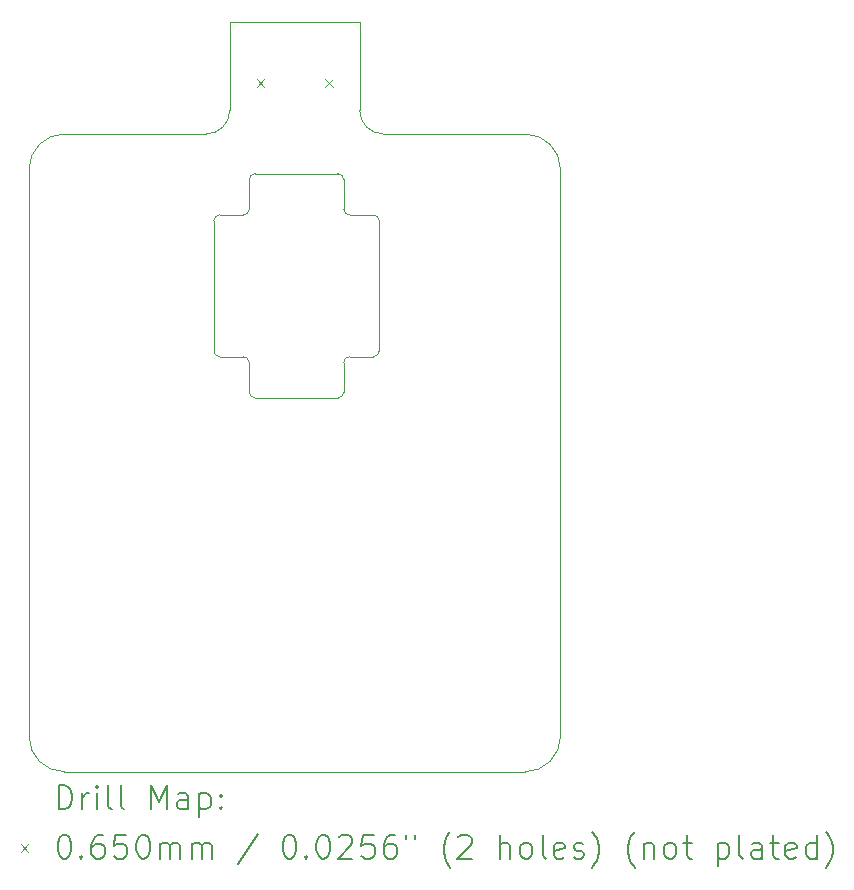
<source format=gbr>
%TF.GenerationSoftware,KiCad,Pcbnew,6.0.7+dfsg-1~bpo11+1*%
%TF.CreationDate,2022-10-07T14:18:51+00:00*%
%TF.ProjectId,redshift,72656473-6869-4667-942e-6b696361645f,0.2*%
%TF.SameCoordinates,Original*%
%TF.FileFunction,Drillmap*%
%TF.FilePolarity,Positive*%
%FSLAX45Y45*%
G04 Gerber Fmt 4.5, Leading zero omitted, Abs format (unit mm)*
G04 Created by KiCad (PCBNEW 6.0.7+dfsg-1~bpo11+1) date 2022-10-07 14:18:51*
%MOMM*%
%LPD*%
G01*
G04 APERTURE LIST*
%ADD10C,0.100000*%
%ADD11C,0.200000*%
%ADD12C,0.065000*%
G04 APERTURE END LIST*
D10*
X13314645Y-7185365D02*
G75*
G03*
X13364645Y-7135355I-5J50005D01*
G01*
X14464645Y-8335355D02*
X14464645Y-7235355D01*
X14214645Y-8385355D02*
X14414645Y-8385355D01*
X13364645Y-8685355D02*
G75*
G03*
X13414645Y-8735355I49995J-5D01*
G01*
X14164644Y-6885355D02*
G75*
G03*
X14114645Y-6835355I-50005J-5D01*
G01*
X13200000Y-5550000D02*
X14300000Y-5550000D01*
X14114645Y-8735365D02*
G75*
G03*
X14164645Y-8685355I-5J50005D01*
G01*
X14464645Y-7235355D02*
G75*
G03*
X14414645Y-7185355I-50005J-5D01*
G01*
X15700000Y-11900000D02*
G75*
G03*
X16000000Y-11600000I0J300000D01*
G01*
X16000000Y-6800000D02*
X16000000Y-11600000D01*
X13114645Y-7185365D02*
G75*
G03*
X13064645Y-7235355I-5J-49995D01*
G01*
X13064645Y-8335355D02*
G75*
G03*
X13114645Y-8385355I49995J-5D01*
G01*
X13414645Y-6835365D02*
G75*
G03*
X13364645Y-6885355I-5J-49995D01*
G01*
X13200000Y-5550000D02*
X13200000Y-6300000D01*
X14164644Y-6885355D02*
X14164645Y-7135355D01*
X14164645Y-7135355D02*
G75*
G03*
X14214645Y-7185355I49995J-5D01*
G01*
X14214645Y-7185355D02*
X14414645Y-7185355D01*
X14300000Y-6300000D02*
G75*
G03*
X14500000Y-6500000I200000J0D01*
G01*
X13364645Y-8435355D02*
G75*
G03*
X13314645Y-8385355I-50005J-5D01*
G01*
X14500000Y-6500000D02*
X15700000Y-6500000D01*
X16000000Y-6800000D02*
G75*
G03*
X15700000Y-6500000I-300000J0D01*
G01*
X14414645Y-8385365D02*
G75*
G03*
X14464645Y-8335355I-5J50005D01*
G01*
X14114645Y-6835355D02*
X13414645Y-6835355D01*
X14164645Y-8435355D02*
X14164645Y-8685355D01*
X11800000Y-11900000D02*
X15700000Y-11900000D01*
X14214645Y-8385365D02*
G75*
G03*
X14164645Y-8435355I-5J-49995D01*
G01*
X11800000Y-6500000D02*
G75*
G03*
X11500000Y-6800000I0J-300000D01*
G01*
X13314645Y-7185355D02*
X13114645Y-7185355D01*
X13364645Y-7135355D02*
X13364645Y-6885355D01*
X13314645Y-8385355D02*
X13114645Y-8385355D01*
X13364645Y-8685355D02*
X13364645Y-8435355D01*
X13414645Y-8735355D02*
X14114645Y-8735355D01*
X11500000Y-11600000D02*
X11500000Y-6800000D01*
X14300000Y-6300000D02*
X14300000Y-5550000D01*
X13000000Y-6500000D02*
G75*
G03*
X13200000Y-6300000I0J200000D01*
G01*
X11500000Y-11600000D02*
G75*
G03*
X11800000Y-11900000I300000J0D01*
G01*
X13064645Y-8335355D02*
X13064645Y-7235355D01*
X11800000Y-6500000D02*
X13000000Y-6500000D01*
D11*
D12*
X13428500Y-6035500D02*
X13493500Y-6100500D01*
X13493500Y-6035500D02*
X13428500Y-6100500D01*
X14006500Y-6035500D02*
X14071500Y-6100500D01*
X14071500Y-6035500D02*
X14006500Y-6100500D01*
D11*
X11752619Y-12215476D02*
X11752619Y-12015476D01*
X11800238Y-12015476D01*
X11828809Y-12025000D01*
X11847857Y-12044048D01*
X11857381Y-12063095D01*
X11866905Y-12101190D01*
X11866905Y-12129762D01*
X11857381Y-12167857D01*
X11847857Y-12186905D01*
X11828809Y-12205952D01*
X11800238Y-12215476D01*
X11752619Y-12215476D01*
X11952619Y-12215476D02*
X11952619Y-12082143D01*
X11952619Y-12120238D02*
X11962143Y-12101190D01*
X11971667Y-12091667D01*
X11990714Y-12082143D01*
X12009762Y-12082143D01*
X12076428Y-12215476D02*
X12076428Y-12082143D01*
X12076428Y-12015476D02*
X12066905Y-12025000D01*
X12076428Y-12034524D01*
X12085952Y-12025000D01*
X12076428Y-12015476D01*
X12076428Y-12034524D01*
X12200238Y-12215476D02*
X12181190Y-12205952D01*
X12171667Y-12186905D01*
X12171667Y-12015476D01*
X12305000Y-12215476D02*
X12285952Y-12205952D01*
X12276428Y-12186905D01*
X12276428Y-12015476D01*
X12533571Y-12215476D02*
X12533571Y-12015476D01*
X12600238Y-12158333D01*
X12666905Y-12015476D01*
X12666905Y-12215476D01*
X12847857Y-12215476D02*
X12847857Y-12110714D01*
X12838333Y-12091667D01*
X12819286Y-12082143D01*
X12781190Y-12082143D01*
X12762143Y-12091667D01*
X12847857Y-12205952D02*
X12828809Y-12215476D01*
X12781190Y-12215476D01*
X12762143Y-12205952D01*
X12752619Y-12186905D01*
X12752619Y-12167857D01*
X12762143Y-12148809D01*
X12781190Y-12139286D01*
X12828809Y-12139286D01*
X12847857Y-12129762D01*
X12943095Y-12082143D02*
X12943095Y-12282143D01*
X12943095Y-12091667D02*
X12962143Y-12082143D01*
X13000238Y-12082143D01*
X13019286Y-12091667D01*
X13028809Y-12101190D01*
X13038333Y-12120238D01*
X13038333Y-12177381D01*
X13028809Y-12196428D01*
X13019286Y-12205952D01*
X13000238Y-12215476D01*
X12962143Y-12215476D01*
X12943095Y-12205952D01*
X13124048Y-12196428D02*
X13133571Y-12205952D01*
X13124048Y-12215476D01*
X13114524Y-12205952D01*
X13124048Y-12196428D01*
X13124048Y-12215476D01*
X13124048Y-12091667D02*
X13133571Y-12101190D01*
X13124048Y-12110714D01*
X13114524Y-12101190D01*
X13124048Y-12091667D01*
X13124048Y-12110714D01*
D12*
X11430000Y-12512500D02*
X11495000Y-12577500D01*
X11495000Y-12512500D02*
X11430000Y-12577500D01*
D11*
X11790714Y-12435476D02*
X11809762Y-12435476D01*
X11828809Y-12445000D01*
X11838333Y-12454524D01*
X11847857Y-12473571D01*
X11857381Y-12511667D01*
X11857381Y-12559286D01*
X11847857Y-12597381D01*
X11838333Y-12616428D01*
X11828809Y-12625952D01*
X11809762Y-12635476D01*
X11790714Y-12635476D01*
X11771667Y-12625952D01*
X11762143Y-12616428D01*
X11752619Y-12597381D01*
X11743095Y-12559286D01*
X11743095Y-12511667D01*
X11752619Y-12473571D01*
X11762143Y-12454524D01*
X11771667Y-12445000D01*
X11790714Y-12435476D01*
X11943095Y-12616428D02*
X11952619Y-12625952D01*
X11943095Y-12635476D01*
X11933571Y-12625952D01*
X11943095Y-12616428D01*
X11943095Y-12635476D01*
X12124048Y-12435476D02*
X12085952Y-12435476D01*
X12066905Y-12445000D01*
X12057381Y-12454524D01*
X12038333Y-12483095D01*
X12028809Y-12521190D01*
X12028809Y-12597381D01*
X12038333Y-12616428D01*
X12047857Y-12625952D01*
X12066905Y-12635476D01*
X12105000Y-12635476D01*
X12124048Y-12625952D01*
X12133571Y-12616428D01*
X12143095Y-12597381D01*
X12143095Y-12549762D01*
X12133571Y-12530714D01*
X12124048Y-12521190D01*
X12105000Y-12511667D01*
X12066905Y-12511667D01*
X12047857Y-12521190D01*
X12038333Y-12530714D01*
X12028809Y-12549762D01*
X12324048Y-12435476D02*
X12228809Y-12435476D01*
X12219286Y-12530714D01*
X12228809Y-12521190D01*
X12247857Y-12511667D01*
X12295476Y-12511667D01*
X12314524Y-12521190D01*
X12324048Y-12530714D01*
X12333571Y-12549762D01*
X12333571Y-12597381D01*
X12324048Y-12616428D01*
X12314524Y-12625952D01*
X12295476Y-12635476D01*
X12247857Y-12635476D01*
X12228809Y-12625952D01*
X12219286Y-12616428D01*
X12457381Y-12435476D02*
X12476428Y-12435476D01*
X12495476Y-12445000D01*
X12505000Y-12454524D01*
X12514524Y-12473571D01*
X12524048Y-12511667D01*
X12524048Y-12559286D01*
X12514524Y-12597381D01*
X12505000Y-12616428D01*
X12495476Y-12625952D01*
X12476428Y-12635476D01*
X12457381Y-12635476D01*
X12438333Y-12625952D01*
X12428809Y-12616428D01*
X12419286Y-12597381D01*
X12409762Y-12559286D01*
X12409762Y-12511667D01*
X12419286Y-12473571D01*
X12428809Y-12454524D01*
X12438333Y-12445000D01*
X12457381Y-12435476D01*
X12609762Y-12635476D02*
X12609762Y-12502143D01*
X12609762Y-12521190D02*
X12619286Y-12511667D01*
X12638333Y-12502143D01*
X12666905Y-12502143D01*
X12685952Y-12511667D01*
X12695476Y-12530714D01*
X12695476Y-12635476D01*
X12695476Y-12530714D02*
X12705000Y-12511667D01*
X12724048Y-12502143D01*
X12752619Y-12502143D01*
X12771667Y-12511667D01*
X12781190Y-12530714D01*
X12781190Y-12635476D01*
X12876428Y-12635476D02*
X12876428Y-12502143D01*
X12876428Y-12521190D02*
X12885952Y-12511667D01*
X12905000Y-12502143D01*
X12933571Y-12502143D01*
X12952619Y-12511667D01*
X12962143Y-12530714D01*
X12962143Y-12635476D01*
X12962143Y-12530714D02*
X12971667Y-12511667D01*
X12990714Y-12502143D01*
X13019286Y-12502143D01*
X13038333Y-12511667D01*
X13047857Y-12530714D01*
X13047857Y-12635476D01*
X13438333Y-12425952D02*
X13266905Y-12683095D01*
X13695476Y-12435476D02*
X13714524Y-12435476D01*
X13733571Y-12445000D01*
X13743095Y-12454524D01*
X13752619Y-12473571D01*
X13762143Y-12511667D01*
X13762143Y-12559286D01*
X13752619Y-12597381D01*
X13743095Y-12616428D01*
X13733571Y-12625952D01*
X13714524Y-12635476D01*
X13695476Y-12635476D01*
X13676428Y-12625952D01*
X13666905Y-12616428D01*
X13657381Y-12597381D01*
X13647857Y-12559286D01*
X13647857Y-12511667D01*
X13657381Y-12473571D01*
X13666905Y-12454524D01*
X13676428Y-12445000D01*
X13695476Y-12435476D01*
X13847857Y-12616428D02*
X13857381Y-12625952D01*
X13847857Y-12635476D01*
X13838333Y-12625952D01*
X13847857Y-12616428D01*
X13847857Y-12635476D01*
X13981190Y-12435476D02*
X14000238Y-12435476D01*
X14019286Y-12445000D01*
X14028809Y-12454524D01*
X14038333Y-12473571D01*
X14047857Y-12511667D01*
X14047857Y-12559286D01*
X14038333Y-12597381D01*
X14028809Y-12616428D01*
X14019286Y-12625952D01*
X14000238Y-12635476D01*
X13981190Y-12635476D01*
X13962143Y-12625952D01*
X13952619Y-12616428D01*
X13943095Y-12597381D01*
X13933571Y-12559286D01*
X13933571Y-12511667D01*
X13943095Y-12473571D01*
X13952619Y-12454524D01*
X13962143Y-12445000D01*
X13981190Y-12435476D01*
X14124048Y-12454524D02*
X14133571Y-12445000D01*
X14152619Y-12435476D01*
X14200238Y-12435476D01*
X14219286Y-12445000D01*
X14228809Y-12454524D01*
X14238333Y-12473571D01*
X14238333Y-12492619D01*
X14228809Y-12521190D01*
X14114524Y-12635476D01*
X14238333Y-12635476D01*
X14419286Y-12435476D02*
X14324048Y-12435476D01*
X14314524Y-12530714D01*
X14324048Y-12521190D01*
X14343095Y-12511667D01*
X14390714Y-12511667D01*
X14409762Y-12521190D01*
X14419286Y-12530714D01*
X14428809Y-12549762D01*
X14428809Y-12597381D01*
X14419286Y-12616428D01*
X14409762Y-12625952D01*
X14390714Y-12635476D01*
X14343095Y-12635476D01*
X14324048Y-12625952D01*
X14314524Y-12616428D01*
X14600238Y-12435476D02*
X14562143Y-12435476D01*
X14543095Y-12445000D01*
X14533571Y-12454524D01*
X14514524Y-12483095D01*
X14505000Y-12521190D01*
X14505000Y-12597381D01*
X14514524Y-12616428D01*
X14524048Y-12625952D01*
X14543095Y-12635476D01*
X14581190Y-12635476D01*
X14600238Y-12625952D01*
X14609762Y-12616428D01*
X14619286Y-12597381D01*
X14619286Y-12549762D01*
X14609762Y-12530714D01*
X14600238Y-12521190D01*
X14581190Y-12511667D01*
X14543095Y-12511667D01*
X14524048Y-12521190D01*
X14514524Y-12530714D01*
X14505000Y-12549762D01*
X14695476Y-12435476D02*
X14695476Y-12473571D01*
X14771667Y-12435476D02*
X14771667Y-12473571D01*
X15066905Y-12711667D02*
X15057381Y-12702143D01*
X15038333Y-12673571D01*
X15028809Y-12654524D01*
X15019286Y-12625952D01*
X15009762Y-12578333D01*
X15009762Y-12540238D01*
X15019286Y-12492619D01*
X15028809Y-12464048D01*
X15038333Y-12445000D01*
X15057381Y-12416428D01*
X15066905Y-12406905D01*
X15133571Y-12454524D02*
X15143095Y-12445000D01*
X15162143Y-12435476D01*
X15209762Y-12435476D01*
X15228809Y-12445000D01*
X15238333Y-12454524D01*
X15247857Y-12473571D01*
X15247857Y-12492619D01*
X15238333Y-12521190D01*
X15124048Y-12635476D01*
X15247857Y-12635476D01*
X15485952Y-12635476D02*
X15485952Y-12435476D01*
X15571667Y-12635476D02*
X15571667Y-12530714D01*
X15562143Y-12511667D01*
X15543095Y-12502143D01*
X15514524Y-12502143D01*
X15495476Y-12511667D01*
X15485952Y-12521190D01*
X15695476Y-12635476D02*
X15676428Y-12625952D01*
X15666905Y-12616428D01*
X15657381Y-12597381D01*
X15657381Y-12540238D01*
X15666905Y-12521190D01*
X15676428Y-12511667D01*
X15695476Y-12502143D01*
X15724048Y-12502143D01*
X15743095Y-12511667D01*
X15752619Y-12521190D01*
X15762143Y-12540238D01*
X15762143Y-12597381D01*
X15752619Y-12616428D01*
X15743095Y-12625952D01*
X15724048Y-12635476D01*
X15695476Y-12635476D01*
X15876428Y-12635476D02*
X15857381Y-12625952D01*
X15847857Y-12606905D01*
X15847857Y-12435476D01*
X16028809Y-12625952D02*
X16009762Y-12635476D01*
X15971667Y-12635476D01*
X15952619Y-12625952D01*
X15943095Y-12606905D01*
X15943095Y-12530714D01*
X15952619Y-12511667D01*
X15971667Y-12502143D01*
X16009762Y-12502143D01*
X16028809Y-12511667D01*
X16038333Y-12530714D01*
X16038333Y-12549762D01*
X15943095Y-12568809D01*
X16114524Y-12625952D02*
X16133571Y-12635476D01*
X16171667Y-12635476D01*
X16190714Y-12625952D01*
X16200238Y-12606905D01*
X16200238Y-12597381D01*
X16190714Y-12578333D01*
X16171667Y-12568809D01*
X16143095Y-12568809D01*
X16124048Y-12559286D01*
X16114524Y-12540238D01*
X16114524Y-12530714D01*
X16124048Y-12511667D01*
X16143095Y-12502143D01*
X16171667Y-12502143D01*
X16190714Y-12511667D01*
X16266905Y-12711667D02*
X16276428Y-12702143D01*
X16295476Y-12673571D01*
X16305000Y-12654524D01*
X16314524Y-12625952D01*
X16324048Y-12578333D01*
X16324048Y-12540238D01*
X16314524Y-12492619D01*
X16305000Y-12464048D01*
X16295476Y-12445000D01*
X16276428Y-12416428D01*
X16266905Y-12406905D01*
X16628809Y-12711667D02*
X16619286Y-12702143D01*
X16600238Y-12673571D01*
X16590714Y-12654524D01*
X16581190Y-12625952D01*
X16571667Y-12578333D01*
X16571667Y-12540238D01*
X16581190Y-12492619D01*
X16590714Y-12464048D01*
X16600238Y-12445000D01*
X16619286Y-12416428D01*
X16628809Y-12406905D01*
X16705000Y-12502143D02*
X16705000Y-12635476D01*
X16705000Y-12521190D02*
X16714524Y-12511667D01*
X16733571Y-12502143D01*
X16762143Y-12502143D01*
X16781190Y-12511667D01*
X16790714Y-12530714D01*
X16790714Y-12635476D01*
X16914524Y-12635476D02*
X16895476Y-12625952D01*
X16885952Y-12616428D01*
X16876429Y-12597381D01*
X16876429Y-12540238D01*
X16885952Y-12521190D01*
X16895476Y-12511667D01*
X16914524Y-12502143D01*
X16943095Y-12502143D01*
X16962143Y-12511667D01*
X16971667Y-12521190D01*
X16981190Y-12540238D01*
X16981190Y-12597381D01*
X16971667Y-12616428D01*
X16962143Y-12625952D01*
X16943095Y-12635476D01*
X16914524Y-12635476D01*
X17038333Y-12502143D02*
X17114524Y-12502143D01*
X17066905Y-12435476D02*
X17066905Y-12606905D01*
X17076429Y-12625952D01*
X17095476Y-12635476D01*
X17114524Y-12635476D01*
X17333571Y-12502143D02*
X17333571Y-12702143D01*
X17333571Y-12511667D02*
X17352619Y-12502143D01*
X17390714Y-12502143D01*
X17409762Y-12511667D01*
X17419286Y-12521190D01*
X17428810Y-12540238D01*
X17428810Y-12597381D01*
X17419286Y-12616428D01*
X17409762Y-12625952D01*
X17390714Y-12635476D01*
X17352619Y-12635476D01*
X17333571Y-12625952D01*
X17543095Y-12635476D02*
X17524048Y-12625952D01*
X17514524Y-12606905D01*
X17514524Y-12435476D01*
X17705000Y-12635476D02*
X17705000Y-12530714D01*
X17695476Y-12511667D01*
X17676429Y-12502143D01*
X17638333Y-12502143D01*
X17619286Y-12511667D01*
X17705000Y-12625952D02*
X17685952Y-12635476D01*
X17638333Y-12635476D01*
X17619286Y-12625952D01*
X17609762Y-12606905D01*
X17609762Y-12587857D01*
X17619286Y-12568809D01*
X17638333Y-12559286D01*
X17685952Y-12559286D01*
X17705000Y-12549762D01*
X17771667Y-12502143D02*
X17847857Y-12502143D01*
X17800238Y-12435476D02*
X17800238Y-12606905D01*
X17809762Y-12625952D01*
X17828810Y-12635476D01*
X17847857Y-12635476D01*
X17990714Y-12625952D02*
X17971667Y-12635476D01*
X17933571Y-12635476D01*
X17914524Y-12625952D01*
X17905000Y-12606905D01*
X17905000Y-12530714D01*
X17914524Y-12511667D01*
X17933571Y-12502143D01*
X17971667Y-12502143D01*
X17990714Y-12511667D01*
X18000238Y-12530714D01*
X18000238Y-12549762D01*
X17905000Y-12568809D01*
X18171667Y-12635476D02*
X18171667Y-12435476D01*
X18171667Y-12625952D02*
X18152619Y-12635476D01*
X18114524Y-12635476D01*
X18095476Y-12625952D01*
X18085952Y-12616428D01*
X18076429Y-12597381D01*
X18076429Y-12540238D01*
X18085952Y-12521190D01*
X18095476Y-12511667D01*
X18114524Y-12502143D01*
X18152619Y-12502143D01*
X18171667Y-12511667D01*
X18247857Y-12711667D02*
X18257381Y-12702143D01*
X18276429Y-12673571D01*
X18285952Y-12654524D01*
X18295476Y-12625952D01*
X18305000Y-12578333D01*
X18305000Y-12540238D01*
X18295476Y-12492619D01*
X18285952Y-12464048D01*
X18276429Y-12445000D01*
X18257381Y-12416428D01*
X18247857Y-12406905D01*
M02*

</source>
